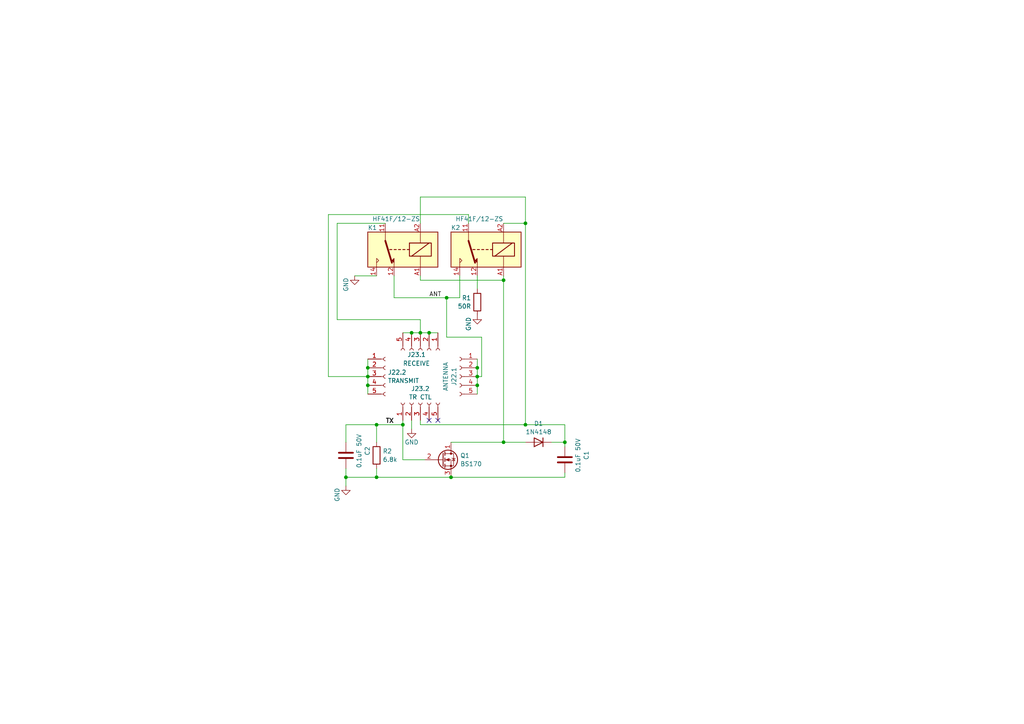
<source format=kicad_sch>
(kicad_sch (version 20231120) (generator "eeschema") (generator_version "8.0")
  (paper "A4")
  (title_block (title "K9HZ 100W 11 Band LPF TR Carrier Board") (date "2024-07-25") (rev "V1.00") (comment 1 "Layout by OG King-KI3P") (comment 2 "Designed by WJ Schmidt-K9HZ"))
  (lib_symbols
    (symbol "Connector:Conn_01x05_Socket" (pin_names (offset 1.016) hide)
      (property "Reference" "J" (at 0 7.62 0))
      (property "Value" "Conn_01x05_Socket" (at 0 -7.62 0))
      (symbol "Conn_01x05_Socket_1_1"
        (arc (start 0 -4.572) (mid -0.5058 -5.08) (end 0 -5.588) (stroke (width 0.1524)))
        (arc (start 0 -2.032) (mid -0.5058 -2.54) (end 0 -3.048) (stroke (width 0.1524)))
        (polyline (pts (xy -1.27 -5.08) (xy -0.508 -5.08)) (stroke (width 0.1524)))
        (polyline (pts (xy -1.27 -2.54) (xy -0.508 -2.54)) (stroke (width 0.1524)))
        (polyline (pts (xy -1.27 0) (xy -0.508 0)) (stroke (width 0.1524)))
        (polyline (pts (xy -1.27 2.54) (xy -0.508 2.54)) (stroke (width 0.1524)))
        (polyline (pts (xy -1.27 5.08) (xy -0.508 5.08)) (stroke (width 0.1524)))
        (arc (start 0 0.508) (mid -0.5058 0) (end 0 -0.508) (stroke (width 0.1524)))
        (arc (start 0 3.048) (mid -0.5058 2.54) (end 0 2.032) (stroke (width 0.1524)))
        (arc (start 0 5.588) (mid -0.5058 5.08) (end 0 4.572) (stroke (width 0.1524)))
        (pin passive line (at -5.08 5.08 0) (length 3.81) (name "Pin_1") (number "1"))
        (pin passive line (at -5.08 2.54 0) (length 3.81) (name "Pin_2") (number "2"))
        (pin passive line (at -5.08 0 0) (length 3.81) (name "Pin_3") (number "3"))
        (pin passive line (at -5.08 -2.54 0) (length 3.81) (name "Pin_4") (number "4"))
        (pin passive line (at -5.08 -5.08 0) (length 3.81) (name "Pin_5") (number "5"))
      )
    )
    (symbol "Device:C" (pin_numbers hide) (pin_names (offset 0.254))
      (property "Reference" "C" (at 0.635 2.54 0))
      (property "Value" "C" (at 0.635 -2.54 0))
      (symbol "C_0_1"
        (polyline (pts (xy -2.032 -0.762) (xy 2.032 -0.762)) (stroke (width 0.508)))
        (polyline (pts (xy -2.032 0.762) (xy 2.032 0.762)) (stroke (width 0.508)))
      )
      (symbol "C_1_1"
        (pin passive line (at 0 3.81 270) (length 2.794) (name "~") (number "1"))
        (pin passive line (at 0 -3.81 90) (length 2.794) (name "~") (number "2"))
      )
    )
    (symbol "Device:R" (pin_numbers hide) (pin_names (offset 0))
      (property "Reference" "R" (at 2.032 0 90))
      (property "Value" "R" (at 0 0 90))
      (symbol "R_0_1"
        (rectangle (start -1.016 -2.54) (end 1.016 2.54) (stroke (width 0.254)))
      )
      (symbol "R_1_1"
        (pin passive line (at 0 3.81 270) (length 1.27) (name "~") (number "1"))
        (pin passive line (at 0 -3.81 90) (length 1.27) (name "~") (number "2"))
      )
    )
    (symbol "Diode:1N4148" (pin_numbers hide) (pin_names hide)
      (property "Reference" "D" (at 0 2.54 0))
      (property "Value" "1N4148" (at 0 -2.54 0))
      (symbol "1N4148_0_1"
        (polyline (pts (xy -1.27 1.27) (xy -1.27 -1.27)) (stroke (width 0.254)))
        (polyline (pts (xy 1.27 0) (xy -1.27 0)))
        (polyline (pts (xy 1.27 1.27) (xy 1.27 -1.27) (xy -1.27 0) (xy 1.27 1.27)) (stroke (width 0.254)))
      )
      (symbol "1N4148_1_1"
        (pin passive line (at -3.81 0 0) (length 2.54) (name "K") (number "1"))
        (pin passive line (at 3.81 0 180) (length 2.54) (name "A") (number "2"))
      )
    )
    (symbol "Relay:Relay_SPDT"
      (property "Reference" "K" (at 11.43 3.81 0))
      (property "Value" "Relay_SPDT" (at 11.43 1.27 0))
      (symbol "Relay_SPDT_0_0"
        (polyline (pts (xy 7.62 5.08) (xy 7.62 2.54) (xy 6.985 3.175) (xy 7.62 3.81)))
      )
      (symbol "Relay_SPDT_0_1"
        (rectangle (start -10.16 5.08) (end 10.16 -5.08) (stroke (width 0.254)) (fill (type background)))
        (rectangle (start -8.255 1.905) (end -1.905 -1.905) (stroke (width 0.254)))
        (polyline (pts (xy -7.62 -1.905) (xy -2.54 1.905)) (stroke (width 0.254)))
        (polyline (pts (xy -5.08 -5.08) (xy -5.08 -1.905)))
        (polyline (pts (xy -5.08 5.08) (xy -5.08 1.905)))
        (polyline (pts (xy -1.905 0) (xy -1.27 0)) (stroke (width 0.254)))
        (polyline (pts (xy -0.635 0) (xy 0 0)) (stroke (width 0.254)))
        (polyline (pts (xy 0.635 0) (xy 1.27 0)) (stroke (width 0.254)))
        (polyline (pts (xy 1.905 0) (xy 2.54 0)) (stroke (width 0.254)))
        (polyline (pts (xy 3.175 0) (xy 3.81 0)) (stroke (width 0.254)))
        (polyline (pts (xy 5.08 -2.54) (xy 3.175 3.81)) (stroke (width 0.508)))
        (polyline (pts (xy 5.08 -2.54) (xy 5.08 -5.08)))
        (polyline (pts (xy 2.54 5.08) (xy 2.54 2.54) (xy 3.175 3.175) (xy 2.54 3.81)) (fill (type outline)))
      )
      (symbol "Relay_SPDT_1_1"
        (pin passive line (at 5.08 -7.62 90) (length 2.54) (name "~") (number "11"))
        (pin passive line (at 2.54 7.62 270) (length 2.54) (name "~") (number "12"))
        (pin passive line (at 7.62 7.62 270) (length 2.54) (name "~") (number "14"))
        (pin passive line (at -5.08 7.62 270) (length 2.54) (name "~") (number "A1"))
        (pin passive line (at -5.08 -7.62 90) (length 2.54) (name "~") (number "A2"))
      )
    )
    (symbol "Transistor_FET:BS170" (pin_names hide)
      (property "Reference" "Q" (at 5.08 1.905 0))
      (property "Value" "BS170" (at 5.08 0 0))
      (symbol "BS170_0_1"
        (polyline (pts (xy 0.254 0) (xy -2.54 0)))
        (polyline (pts (xy 0.254 1.905) (xy 0.254 -1.905)) (stroke (width 0.254)))
        (polyline (pts (xy 0.762 -1.27) (xy 0.762 -2.286)) (stroke (width 0.254)))
        (polyline (pts (xy 0.762 0.508) (xy 0.762 -0.508)) (stroke (width 0.254)))
        (polyline (pts (xy 0.762 2.286) (xy 0.762 1.27)) (stroke (width 0.254)))
        (polyline (pts (xy 2.54 2.54) (xy 2.54 1.778)))
        (polyline (pts (xy 2.54 -2.54) (xy 2.54 0) (xy 0.762 0)))
        (polyline (pts (xy 0.762 -1.778) (xy 3.302 -1.778) (xy 3.302 1.778) (xy 0.762 1.778)))
        (polyline (pts (xy 1.016 0) (xy 2.032 0.381) (xy 2.032 -0.381) (xy 1.016 0)) (fill (type outline)))
        (polyline (pts (xy 2.794 0.508) (xy 2.921 0.381) (xy 3.683 0.381) (xy 3.81 0.254)))
        (polyline (pts (xy 3.302 0.381) (xy 2.921 -0.254) (xy 3.683 -0.254) (xy 3.302 0.381)))
        (circle (center 1.651 0) (radius 2.794) (stroke (width 0.254)))
        (circle (center 2.54 -1.778) (radius 0.254) (fill (type outline)))
        (circle (center 2.54 1.778) (radius 0.254) (fill (type outline)))
      )
      (symbol "BS170_1_1"
        (pin passive line (at 2.54 5.08 270) (length 2.54) (name "D") (number "1"))
        (pin input line (at -5.08 0 0) (length 2.54) (name "G") (number "2"))
        (pin passive line (at 2.54 -5.08 90) (length 2.54) (name "S") (number "3"))
      )
    )
    (symbol "power:GND" (power) (pin_names (offset 0))
      (property "Value" "GND" (at 0 -3.81 0))
      (symbol "GND_0_1"
        (polyline (pts (xy 0 0) (xy 0 -1.27) (xy 1.27 -1.27) (xy 0 -2.54) (xy -1.27 -1.27) (xy 0 -1.27)))
      )
      (symbol "GND_1_1"
        (pin power_in line (at 0 0 270) (length 0) hide (name "GND") (number "1"))
      )
    )
  )
  (junction (at 129.54 86.36))
  (junction (at 106.68 106.68))
  (junction (at 138.43 111.76))
  (junction (at 138.43 106.68))
  (junction (at 106.68 109.22))
  (junction (at 152.4 123.19))
  (junction (at 121.92 96.52))
  (junction (at 146.05 128.27))
  (junction (at 152.4 64.77))
  (junction (at 138.43 109.22))
  (junction (at 106.68 111.76))
  (junction (at 124.46 96.52))
  (junction (at 100.33 138.43))
  (junction (at 116.84 123.19))
  (junction (at 109.22 123.19))
  (junction (at 130.81 138.43))
  (junction (at 119.38 96.52))
  (junction (at 109.22 138.43))
  (junction (at 163.83 128.27))
  (junction (at 146.05 81.28))
  (no_connect (at 124.46 121.92))
  (no_connect (at 127 121.92))
  (wire (pts (xy 100.33 123.19) (xy 109.22 123.19)))
  (wire (pts (xy 109.22 123.19) (xy 116.84 123.19)))
  (wire (pts (xy 163.83 128.27) (xy 163.83 129.54)))
  (wire (pts (xy 146.05 64.77) (xy 152.4 64.77)))
  (wire (pts (xy 121.92 96.52) (xy 124.46 96.52)))
  (wire (pts (xy 95.25 62.23) (xy 95.25 109.22)))
  (wire (pts (xy 106.68 109.22) (xy 106.68 111.76)))
  (wire (pts (xy 121.92 57.15) (xy 152.4 57.15)))
  (wire (pts (xy 146.05 128.27) (xy 152.4 128.27)))
  (wire (pts (xy 121.92 123.19) (xy 152.4 123.19)))
  (wire (pts (xy 95.25 109.22) (xy 106.68 109.22)))
  (wire (pts (xy 130.81 128.27) (xy 146.05 128.27)))
  (wire (pts (xy 121.92 81.28) (xy 146.05 81.28)))
  (wire (pts (xy 135.89 62.23) (xy 95.25 62.23)))
  (wire (pts (xy 119.38 121.92) (xy 119.38 124.46)))
  (wire (pts (xy 100.33 140.97) (xy 100.33 138.43)))
  (wire (pts (xy 138.43 106.68) (xy 138.43 109.22)))
  (wire (pts (xy 102.87 80.01) (xy 109.22 80.01)))
  (wire (pts (xy 152.4 57.15) (xy 152.4 64.77)))
  (wire (pts (xy 109.22 123.19) (xy 109.22 128.27)))
  (wire (pts (xy 138.43 104.14) (xy 138.43 106.68)))
  (wire (pts (xy 139.7 97.79) (xy 129.54 97.79)))
  (wire (pts (xy 100.33 128.27) (xy 100.33 123.19)))
  (wire (pts (xy 163.83 137.16) (xy 163.83 138.43)))
  (wire (pts (xy 129.54 86.36) (xy 133.35 86.36)))
  (wire (pts (xy 121.92 96.52) (xy 121.92 92.71)))
  (wire (pts (xy 121.92 92.71) (xy 97.79 92.71)))
  (wire (pts (xy 106.68 111.76) (xy 106.68 114.3)))
  (wire (pts (xy 133.35 86.36) (xy 133.35 80.01)))
  (wire (pts (xy 119.38 96.52) (xy 121.92 96.52)))
  (wire (pts (xy 97.79 92.71) (xy 97.79 64.77)))
  (wire (pts (xy 163.83 128.27) (xy 160.02 128.27)))
  (wire (pts (xy 138.43 111.76) (xy 138.43 114.3)))
  (wire (pts (xy 163.83 123.19) (xy 163.83 128.27)))
  (wire (pts (xy 146.05 81.28) (xy 146.05 128.27)))
  (wire (pts (xy 138.43 109.22) (xy 138.43 111.76)))
  (wire (pts (xy 116.84 96.52) (xy 119.38 96.52)))
  (wire (pts (xy 109.22 138.43) (xy 130.81 138.43)))
  (wire (pts (xy 121.92 80.01) (xy 121.92 81.28)))
  (wire (pts (xy 152.4 123.19) (xy 163.83 123.19)))
  (wire (pts (xy 100.33 138.43) (xy 109.22 138.43)))
  (wire (pts (xy 106.68 106.68) (xy 106.68 109.22)))
  (wire (pts (xy 135.89 64.77) (xy 135.89 62.23)))
  (wire (pts (xy 124.46 96.52) (xy 127 96.52)))
  (wire (pts (xy 146.05 81.28) (xy 146.05 80.01)))
  (wire (pts (xy 138.43 109.22) (xy 139.7 109.22)))
  (wire (pts (xy 139.7 109.22) (xy 139.7 97.79)))
  (wire (pts (xy 121.92 64.77) (xy 121.92 57.15)))
  (wire (pts (xy 116.84 123.19) (xy 116.84 133.35)))
  (wire (pts (xy 114.3 80.01) (xy 114.3 86.36)))
  (wire (pts (xy 138.43 80.01) (xy 138.43 83.82)))
  (wire (pts (xy 129.54 97.79) (xy 129.54 86.36)))
  (wire (pts (xy 100.33 138.43) (xy 100.33 135.89)))
  (wire (pts (xy 106.68 104.14) (xy 106.68 106.68)))
  (wire (pts (xy 116.84 133.35) (xy 123.19 133.35)))
  (wire (pts (xy 114.3 86.36) (xy 129.54 86.36)))
  (wire (pts (xy 116.84 123.19) (xy 116.84 121.92)))
  (wire (pts (xy 121.92 121.92) (xy 121.92 123.19)))
  (wire (pts (xy 163.83 138.43) (xy 130.81 138.43)))
  (wire (pts (xy 111.76 64.77) (xy 97.79 64.77)))
  (wire (pts (xy 152.4 64.77) (xy 152.4 123.19)))
  (wire (pts (xy 109.22 138.43) (xy 109.22 135.89)))
  (label "ANT" (at 124.46 86.36 0))
  (label "TX" (at 114.3 123.19 180) (effects (font (bold yes))))
  (symbol (lib_id "power:GND") (at 102.87 80.01 0) (mirror y) (unit 1)
    (property "Reference" "#PWR04" (effects (hide yes)))
    (property "Value" "GND" (at 100.33 82.55 90))
  )
  (symbol (lib_id "Relay:Relay_SPDT") (at 116.84 72.39 180) (unit 1)
    (property "Reference" "K1" (at 106.68 66.04 0) (effects (justify right)))
    (property "Value" "HF41F/12-ZS" (at 107.95 63.5 0) (effects (justify right)))
    (property "Footprint" "T41_Library:Relay_SPDT_HF41F12-ZS" (effects (hide yes)))
  )
  (symbol (lib_id "Device:R") (at 138.43 87.63 0) (mirror y) (unit 1)
    (property "Reference" "R1" (at 136.652 86.4179 0) (effects (justify left)))
    (property "Value" "50R" (at 136.652 88.8421 0) (effects (justify left)))
    (property "Footprint" "Resistor_SMD:R_1206_3216Metric" (effects (hide yes)))
    (property "Mouser Part Number" "71-CRCW120649R9FKEAC" (effects (hide yes)))
  )
  (symbol (lib_id "power:GND") (at 138.43 91.44 0) (mirror y) (unit 1)
    (property "Reference" "#PWR05" (effects (hide yes)))
    (property "Value" "GND" (at 135.89 93.98 90))
  )
  (symbol (lib_id "Connector:Conn_01x05_Socket") (at 133.35 109.22 0) (mirror y) (unit 1)
    (property "Reference" "J22.1" (at 131.6807 109.22 90))
    (property "Value" "ANTENNA" (at 129.2565 109.22 90))
    (property "Footprint" "Connector_PinSocket_2.54mm:PinSocket_1x05_P2.54mm_Vertical" (effects (hide yes)))
    (property "taydaelectronics.com" "A-5776" (effects (hide yes)))
  )
  (symbol (lib_id "power:GND") (at 119.38 124.46 0) (mirror y) (unit 1)
    (property "Reference" "#PWR0205" (effects (hide yes)))
    (property "Value" "GND" (at 119.38 128.27 0))
  )
  (symbol (lib_id "Connector:Conn_01x05_Socket") (at 121.92 116.84 90) (unit 1)
    (property "Reference" "J23.2" (at 121.92 112.7465 90))
    (property "Value" "TR CTL" (at 121.92 115.1707 90))
    (property "Footprint" "Connector_PinSocket_2.54mm:PinSocket_1x05_P2.54mm_Vertical" (effects (hide yes)))
  )
  (symbol (lib_id "Connector:Conn_01x05_Socket") (at 121.92 101.6 270) (unit 1)
    (property "Reference" "J23.1" (at 118.11 102.87 90) (effects (justify left)))
    (property "Value" "RECEIVE" (at 116.84 105.41 90) (effects (justify left)))
    (property "Footprint" "Connector_PinSocket_2.54mm:PinSocket_1x05_P2.54mm_Vertical" (effects (hide yes)))
    (property "taydaelectronics.com" "A-5776" (effects (hide yes)))
  )
  (symbol (lib_id "Device:R") (at 109.22 132.08 0) (unit 1)
    (property "Reference" "R2" (at 110.998 130.8679 0) (effects (justify left)))
    (property "Value" "6.8k" (at 110.998 133.2921 0) (effects (justify left)))
    (property "Footprint" "Resistor_SMD:R_1206_3216Metric" (effects (hide yes)))
    (property "Mouser Part Number" "652-CR1206JW-682ELF" (effects (hide yes)))
  )
  (symbol (lib_id "Transistor_FET:BS170") (at 128.27 133.35 0) (unit 1)
    (property "Reference" "Q1" (at 133.477 132.1379 0) (effects (justify left)))
    (property "Value" "BS170" (at 133.477 134.5621 0) (effects (justify left)))
    (property "Footprint" "Package_TO_SOT_THT:TO-92_Inline" (effects (hide yes)))
    (property "Datasheet" "https://www.onsemi.com/pub/Collateral/BS170-D.PDF" (effects (hide yes)))
    (property "Mouser Part Number" "512-BS170" (effects (hide yes)))
  )
  (symbol (lib_id "Device:C") (at 163.83 133.35 0) (unit 1)
    (property "Reference" "C1" (at 170.0642 132.08 90))
    (property "Value" "0.1uF 50V" (at 167.64 132.08 90))
    (property "Footprint" "Capacitor_SMD:C_1206_3216Metric" (effects (hide yes)))
    (property "Mouser Part Number" "581-12065F104K4" (effects (hide yes)))
  )
  (symbol (lib_id "Device:C") (at 100.33 132.08 0) (unit 1)
    (property "Reference" "C2" (at 106.5642 130.81 90))
    (property "Value" "0.1uF 50V" (at 104.14 130.81 90))
    (property "Footprint" "Capacitor_SMD:C_1206_3216Metric" (effects (hide yes)))
    (property "Mouser Part Number" "581-12065F104K4" (effects (hide yes)))
  )
  (symbol (lib_id "Diode:1N4148") (at 156.21 128.27 180) (unit 1)
    (property "Reference" "D1" (at 156.21 122.8557 0))
    (property "Value" "1N4148" (at 156.21 125.2799 0))
    (property "Footprint" "Diode_THT:D_DO-35_SOD27_P7.62mm_Horizontal" (effects (hide yes)))
    (property "Datasheet" "https://assets.nexperia.com/documents/data-sheet/1N4148_1N4448.pdf" (effects (hide yes)))
    (property "Mouser Part Number" "512-1N4148" (effects (hide yes)))
  )
  (symbol (lib_id "Connector:Conn_01x05_Socket") (at 111.76 109.22 0) (unit 1)
    (property "Reference" "J22.2" (at 112.4712 108.0079 0) (effects (justify left)))
    (property "Value" "TRANSMIT" (at 112.4712 110.4321 0) (effects (justify left)))
    (property "Footprint" "Connector_PinSocket_2.54mm:PinSocket_1x05_P2.54mm_Vertical" (effects (hide yes)))
  )
  (symbol (lib_id "Relay:Relay_SPDT") (at 140.97 72.39 180) (unit 1)
    (property "Reference" "K2" (at 130.81 66.04 0) (effects (justify right)))
    (property "Value" "HF41F/12-ZS" (at 132.08 63.5 0) (effects (justify right)))
    (property "Footprint" "T41_Library:Relay_SPDT_HF41F12-ZS" (effects (hide yes)))
  )
  (symbol (lib_id "power:GND") (at 100.33 140.97 0) (mirror y) (unit 1)
    (property "Reference" "#PWR01" (effects (hide yes)))
    (property "Value" "GND" (at 97.79 143.51 90))
  )
)
</source>
